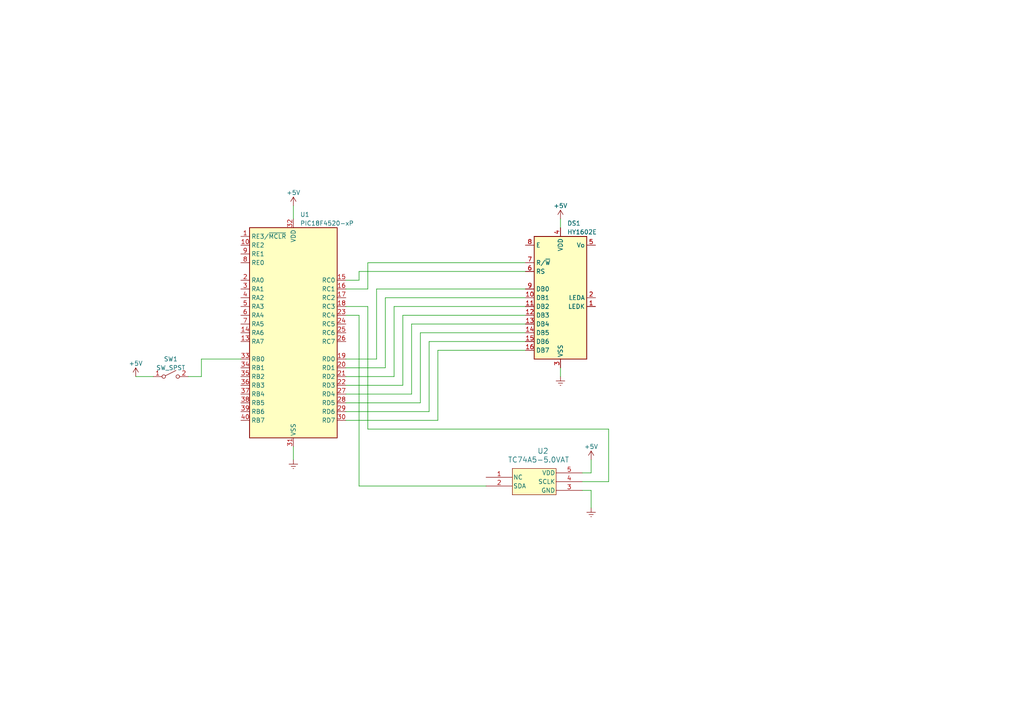
<source format=kicad_sch>
(kicad_sch (version 20230121) (generator eeschema)
  (paper "A4")
  (title_block (title "Temperature Sensor Project") (date "2023-04-24") (rev "1") (company "UD EMST"))
  (lib_symbols
    (symbol "Display_Character:HY1602E"
      (property "Reference" "DS" (at -6.096 19.05 0))
      (property "Value" "HY1602E" (at 5.08 19.05 0))
      (symbol "HY1602E_0_1"
        (rectangle (start -7.62 17.78) (end 7.62 -17.78) (stroke (width 0.254)) (fill (type background)))
      )
      (symbol "HY1602E_1_1"
        (pin passive line (at 10.16 -2.54 180) (length 2.54) (name "LEDK") (number "1"))
        (pin bidirectional line (at -10.16 0 0) (length 2.54) (name "DB1") (number "10"))
        (pin bidirectional line (at -10.16 -2.54 0) (length 2.54) (name "DB2") (number "11"))
        (pin bidirectional line (at -10.16 -5.08 0) (length 2.54) (name "DB3") (number "12"))
        (pin bidirectional line (at -10.16 -7.62 0) (length 2.54) (name "DB4") (number "13"))
        (pin bidirectional line (at -10.16 -10.16 0) (length 2.54) (name "DB5") (number "14"))
        (pin bidirectional line (at -10.16 -12.7 0) (length 2.54) (name "DB6") (number "15"))
        (pin bidirectional line (at -10.16 -15.24 0) (length 2.54) (name "DB7") (number "16"))
        (pin passive line (at 10.16 0 180) (length 2.54) (name "LEDA") (number "2"))
        (pin power_in line (at 0 -20.32 90) (length 2.54) (name "VSS") (number "3"))
        (pin power_in line (at 0 20.32 270) (length 2.54) (name "VDD") (number "4"))
        (pin input line (at 10.16 15.24 180) (length 2.54) (name "Vo") (number "5"))
        (pin input line (at -10.16 7.62 0) (length 2.54) (name "RS") (number "6"))
        (pin input line (at -10.16 10.16 0) (length 2.54) (name "R/~{W}") (number "7"))
        (pin input line (at -10.16 15.24 0) (length 2.54) (name "E") (number "8"))
        (pin bidirectional line (at -10.16 2.54 0) (length 2.54) (name "DB0") (number "9"))
      )
    )
    (symbol "MCU_Microchip_PIC18:PIC18F4520-xP"
      (property "Reference" "U" (at -13.97 31.75 0))
      (property "Value" "PIC18F4520-xP" (at 2.54 31.75 0))
      (symbol "PIC18F4520-xP_0_1"
        (rectangle (start -12.7 30.48) (end 12.7 -30.48) (stroke (width 0.254)) (fill (type background)))
      )
      (symbol "PIC18F4520-xP_1_1"
        (pin input line (at -15.24 27.94 0) (length 2.54) (name "RE3/~{MCLR}") (number "1"))
        (pin bidirectional line (at -15.24 25.4 0) (length 2.54) (name "RE2") (number "10"))
        (pin passive line (at 0 33.02 270) (length 2.54) hide (name "VDD") (number "11"))
        (pin passive line (at 0 -33.02 90) (length 2.54) hide (name "VSS") (number "12"))
        (pin bidirectional line (at -15.24 -2.54 0) (length 2.54) (name "RA7") (number "13"))
        (pin bidirectional line (at -15.24 0 0) (length 2.54) (name "RA6") (number "14"))
        (pin bidirectional line (at 15.24 15.24 180) (length 2.54) (name "RC0") (number "15"))
        (pin bidirectional line (at 15.24 12.7 180) (length 2.54) (name "RC1") (number "16"))
        (pin bidirectional line (at 15.24 10.16 180) (length 2.54) (name "RC2") (number "17"))
        (pin bidirectional line (at 15.24 7.62 180) (length 2.54) (name "RC3") (number "18"))
        (pin bidirectional line (at 15.24 -7.62 180) (length 2.54) (name "RD0") (number "19"))
        (pin bidirectional line (at -15.24 15.24 0) (length 2.54) (name "RA0") (number "2"))
        (pin bidirectional line (at 15.24 -10.16 180) (length 2.54) (name "RD1") (number "20"))
        (pin bidirectional line (at 15.24 -12.7 180) (length 2.54) (name "RD2") (number "21"))
        (pin bidirectional line (at 15.24 -15.24 180) (length 2.54) (name "RD3") (number "22"))
        (pin bidirectional line (at 15.24 5.08 180) (length 2.54) (name "RC4") (number "23"))
        (pin bidirectional line (at 15.24 2.54 180) (length 2.54) (name "RC5") (number "24"))
        (pin bidirectional line (at 15.24 0 180) (length 2.54) (name "RC6") (number "25"))
        (pin bidirectional line (at 15.24 -2.54 180) (length 2.54) (name "RC7") (number "26"))
        (pin bidirectional line (at 15.24 -17.78 180) (length 2.54) (name "RD4") (number "27"))
        (pin bidirectional line (at 15.24 -20.32 180) (length 2.54) (name "RD5") (number "28"))
        (pin bidirectional line (at 15.24 -22.86 180) (length 2.54) (name "RD6") (number "29"))
        (pin bidirectional line (at -15.24 12.7 0) (length 2.54) (name "RA1") (number "3"))
        (pin bidirectional line (at 15.24 -25.4 180) (length 2.54) (name "RD7") (number "30"))
        (pin power_in line (at 0 -33.02 90) (length 2.54) (name "VSS") (number "31"))
        (pin power_in line (at 0 33.02 270) (length 2.54) (name "VDD") (number "32"))
        (pin bidirectional line (at -15.24 -7.62 0) (length 2.54) (name "RB0") (number "33"))
        (pin bidirectional line (at -15.24 -10.16 0) (length 2.54) (name "RB1") (number "34"))
        (pin bidirectional line (at -15.24 -12.7 0) (length 2.54) (name "RB2") (number "35"))
        (pin bidirectional line (at -15.24 -15.24 0) (length 2.54) (name "RB3") (number "36"))
        (pin bidirectional line (at -15.24 -17.78 0) (length 2.54) (name "RB4") (number "37"))
        (pin bidirectional line (at -15.24 -20.32 0) (length 2.54) (name "RB5") (number "38"))
        (pin bidirectional line (at -15.24 -22.86 0) (length 2.54) (name "RB6") (number "39"))
        (pin bidirectional line (at -15.24 10.16 0) (length 2.54) (name "RA2") (number "4"))
        (pin bidirectional line (at -15.24 -25.4 0) (length 2.54) (name "RB7") (number "40"))
        (pin bidirectional line (at -15.24 7.62 0) (length 2.54) (name "RA3") (number "5"))
        (pin bidirectional line (at -15.24 5.08 0) (length 2.54) (name "RA4") (number "6"))
        (pin bidirectional line (at -15.24 2.54 0) (length 2.54) (name "RA5") (number "7"))
        (pin bidirectional line (at -15.24 20.32 0) (length 2.54) (name "RE0") (number "8"))
        (pin bidirectional line (at -15.24 22.86 0) (length 2.54) (name "RE1") (number "9"))
      )
    )
    (symbol "Switch:SW_SPST" (pin_names (offset 0) hide)
      (property "Reference" "SW" (at 0 3.175 0))
      (property "Value" "SW_SPST" (at 0 -2.54 0))
      (symbol "SW_SPST_0_0"
        (circle (center -2.032 0) (radius 0.508))
        (polyline (pts (xy -1.524 0.254) (xy 1.524 1.778)))
        (circle (center 2.032 0) (radius 0.508))
      )
      (symbol "SW_SPST_1_1"
        (pin passive line (at -5.08 0 0) (length 2.54) (name "A") (number "1"))
        (pin passive line (at 5.08 0 180) (length 2.54) (name "B") (number "2"))
      )
    )
    (symbol "finalproject:TC74A5-5.0VAT" (pin_names (offset 0.254))
      (property "Reference" "U2" (at 16.51 7.62 0))
      (property "Value" "TC74A5-5.0VAT" (at 15.24 5.08 0))
      (symbol "TC74A5-5.0VAT_0_1"
        (pin unspecified line (at 0 0 0) (length 7.62) (name "NC") (number "1"))
        (pin unspecified line (at 0 -2.54 0) (length 7.62) (name "SDA") (number "2"))
        (pin unspecified line (at 27.94 -3.81 180) (length 7.62) (name "GND") (number "3"))
        (pin unspecified line (at 27.94 -1.27 180) (length 7.62) (name "SCLK") (number "4"))
        (pin unspecified line (at 27.94 1.27 180) (length 7.62) (name "VDD") (number "5"))
      )
      (symbol "TC74A5-5.0VAT_1_1"
        (rectangle (start 7.62 2.54) (end 20.32 -5.08) (fill (type background)))
      )
    )
    (symbol "power:+5V" (power) (pin_names (offset 0))
      (property "Value" "+5V" (at 0 3.556 0))
      (symbol "+5V_0_1"
        (polyline (pts (xy -0.762 1.27) (xy 0 2.54)))
        (polyline (pts (xy 0 0) (xy 0 2.54)))
        (polyline (pts (xy 0 2.54) (xy 0.762 1.27)))
      )
      (symbol "+5V_1_1"
        (pin power_in line (at 0 0 90) (length 0) hide (name "+5V") (number "1"))
      )
    )
    (symbol "power:Earth" (power) (pin_names (offset 0))
      (symbol "Earth_0_1"
        (polyline (pts (xy -0.635 -1.905) (xy 0.635 -1.905)))
        (polyline (pts (xy -0.127 -2.54) (xy 0.127 -2.54)))
        (polyline (pts (xy 0 -1.27) (xy 0 0)))
        (polyline (pts (xy 1.27 -1.27) (xy -1.27 -1.27)))
      )
      (symbol "Earth_1_1"
        (pin power_in line (at 0 0 270) (length 0) hide (name "Earth") (number "1"))
      )
    )
  )
  (wire (pts (xy 100.33 116.84) (xy 121.92 116.84)))
  (wire (pts (xy 114.3 109.22) (xy 114.3 88.9)))
  (wire (pts (xy 162.56 63.5) (xy 162.56 66.04)))
  (wire (pts (xy 106.68 124.46) (xy 106.68 88.9)))
  (wire (pts (xy 100.33 111.76) (xy 116.84 111.76)))
  (wire (pts (xy 39.37 109.22) (xy 44.45 109.22)))
  (wire (pts (xy 100.33 109.22) (xy 114.3 109.22)))
  (wire (pts (xy 104.14 140.97) (xy 104.14 91.44)))
  (wire (pts (xy 100.33 119.38) (xy 124.46 119.38)))
  (wire (pts (xy 109.22 104.14) (xy 109.22 83.82)))
  (wire (pts (xy 171.45 147.32) (xy 171.45 142.24)))
  (wire (pts (xy 111.76 86.36) (xy 152.4 86.36)))
  (wire (pts (xy 106.68 83.82) (xy 100.33 83.82)))
  (wire (pts (xy 127 121.92) (xy 127 101.6)))
  (wire (pts (xy 100.33 121.92) (xy 127 121.92)))
  (wire (pts (xy 171.45 133.35) (xy 171.45 137.16)))
  (wire (pts (xy 152.4 76.2) (xy 106.68 76.2)))
  (wire (pts (xy 104.14 91.44) (xy 100.33 91.44)))
  (wire (pts (xy 119.38 114.3) (xy 119.38 93.98)))
  (wire (pts (xy 111.76 106.68) (xy 111.76 86.36)))
  (wire (pts (xy 100.33 106.68) (xy 111.76 106.68)))
  (wire (pts (xy 100.33 88.9) (xy 106.68 88.9)))
  (wire (pts (xy 69.85 104.14) (xy 58.42 104.14)))
  (wire (pts (xy 176.53 124.46) (xy 176.53 139.7)))
  (wire (pts (xy 114.3 88.9) (xy 152.4 88.9)))
  (wire (pts (xy 109.22 83.82) (xy 152.4 83.82)))
  (wire (pts (xy 100.33 104.14) (xy 109.22 104.14)))
  (wire (pts (xy 127 101.6) (xy 152.4 101.6)))
  (wire (pts (xy 85.09 59.69) (xy 85.09 63.5)))
  (wire (pts (xy 176.53 124.46) (xy 106.68 124.46)))
  (wire (pts (xy 58.42 109.22) (xy 54.61 109.22)))
  (wire (pts (xy 58.42 104.14) (xy 58.42 109.22)))
  (wire (pts (xy 124.46 99.06) (xy 152.4 99.06)))
  (wire (pts (xy 119.38 93.98) (xy 152.4 93.98)))
  (wire (pts (xy 171.45 142.24) (xy 168.91 142.24)))
  (wire (pts (xy 121.92 96.52) (xy 152.4 96.52)))
  (wire (pts (xy 162.56 106.68) (xy 162.56 109.22)))
  (wire (pts (xy 124.46 119.38) (xy 124.46 99.06)))
  (wire (pts (xy 140.97 140.97) (xy 104.14 140.97)))
  (wire (pts (xy 85.09 129.54) (xy 85.09 133.35)))
  (wire (pts (xy 121.92 116.84) (xy 121.92 96.52)))
  (wire (pts (xy 152.4 78.74) (xy 104.14 78.74)))
  (wire (pts (xy 171.45 137.16) (xy 168.91 137.16)))
  (wire (pts (xy 116.84 111.76) (xy 116.84 91.44)))
  (wire (pts (xy 104.14 78.74) (xy 104.14 81.28)))
  (wire (pts (xy 116.84 91.44) (xy 152.4 91.44)))
  (wire (pts (xy 104.14 81.28) (xy 100.33 81.28)))
  (wire (pts (xy 106.68 76.2) (xy 106.68 83.82)))
  (wire (pts (xy 100.33 114.3) (xy 119.38 114.3)))
  (wire (pts (xy 176.53 139.7) (xy 168.91 139.7)))
  (symbol (lib_id "power:+5V") (at 171.45 133.35 0) (unit 1)
    (property "Reference" "#PWR01" (effects hide))
    (property "Value" "+5V" (at 171.45 129.54 0))
  )
  (symbol (lib_id "power:Earth") (at 162.56 109.22 0) (unit 1)
    (property "Reference" "#PWR06" (effects hide))
    (property "Value" "Earth" (effects hide))
  )
  (symbol (lib_id "power:+5V") (at 85.09 59.69 0) (unit 1)
    (property "Reference" "#PWR04" (effects hide))
    (property "Value" "+5V" (at 85.09 55.88 0))
  )
  (symbol (lib_id "power:+5V") (at 39.37 109.22 0) (unit 1)
    (property "Reference" "#PWR07" (effects hide))
    (property "Value" "+5V" (at 39.37 105.41 0))
  )
  (symbol (lib_id "MCU_Microchip_PIC18:PIC18F4520-xP") (at 85.09 96.52 0) (unit 1)
    (property "Reference" "U1" (at 87.0459 62.23 0) (effects (justify left)))
    (property "Value" "PIC18F4520-xP" (at 87.0459 64.77 0) (effects (justify left)))
    (property "Footprint" "Package_DIP:DIP-40_W15.24mm" (effects hide))
    (property "Datasheet" "http://ww1.microchip.com/downloads/en/DeviceDoc/39631E.pdf" (effects hide))
  )
  (symbol (lib_id "power:Earth") (at 171.45 147.32 0) (unit 1)
    (property "Reference" "#PWR02" (effects hide))
    (property "Value" "Earth" (effects hide))
  )
  (symbol (lib_id "Display_Character:HY1602E") (at 162.56 86.36 0) (unit 1)
    (property "Reference" "DS1" (at 164.5159 64.77 0) (effects (justify left)))
    (property "Value" "HY1602E" (at 164.5159 67.31 0) (effects (justify left)))
    (property "Footprint" "Display:HY1602E" (effects hide))
    (property "Datasheet" "http://www.icbank.com/data/ICBShop/board/HY1602E.pdf" (effects hide))
  )
  (symbol (lib_id "power:Earth") (at 85.09 133.35 0) (unit 1)
    (property "Reference" "#PWR05" (effects hide))
    (property "Value" "Earth" (effects hide))
  )
  (symbol (lib_id "Switch:SW_SPST") (at 49.53 109.22 0) (unit 1)
    (property "Reference" "SW1" (at 49.53 104.14 0))
    (property "Value" "SW_SPST" (at 49.53 106.68 0))
  )
  (symbol (lib_id "power:+5V") (at 162.56 63.5 0) (unit 1)
    (property "Reference" "#PWR03" (effects hide))
    (property "Value" "+5V" (at 162.56 59.69 0))
  )
  (symbol (lib_id "finalproject:TC74A5-5.0VAT") (at 140.97 138.43 0) (unit 1)
    (property "Reference" "U2" (at 157.48 130.81 0) (effects (font (size 1.524 1.524))))
    (property "Value" "TC74A5-5.0VAT" (at 156.21 133.35 0) (effects (font (size 1.524 1.524))))
    (property "Footprint" "TO-220_AT_MC_MCH" (effects hide))
    (property "Datasheet" "TC74A5-5.0VAT" (effects hide))
  )
)
</source>
